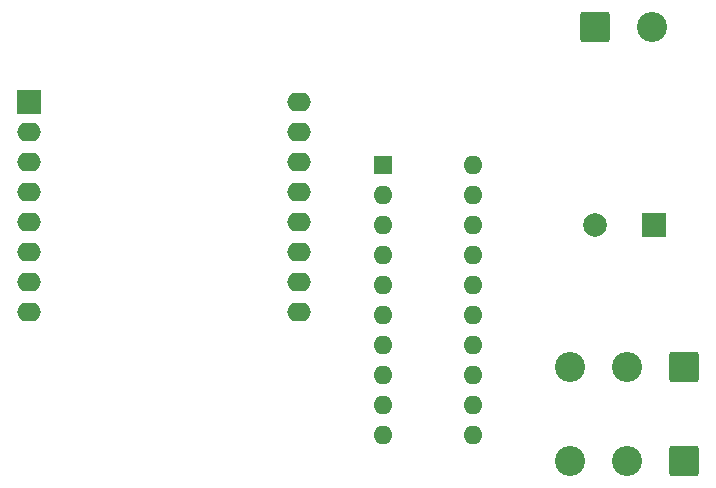
<source format=gbr>
%TF.GenerationSoftware,KiCad,Pcbnew,8.0.4*%
%TF.CreationDate,2024-09-06T23:51:22+02:00*%
%TF.ProjectId,pcb,7063622e-6b69-4636-9164-5f7063625858,rev?*%
%TF.SameCoordinates,Original*%
%TF.FileFunction,Soldermask,Bot*%
%TF.FilePolarity,Negative*%
%FSLAX46Y46*%
G04 Gerber Fmt 4.6, Leading zero omitted, Abs format (unit mm)*
G04 Created by KiCad (PCBNEW 8.0.4) date 2024-09-06 23:51:22*
%MOMM*%
%LPD*%
G01*
G04 APERTURE LIST*
G04 Aperture macros list*
%AMRoundRect*
0 Rectangle with rounded corners*
0 $1 Rounding radius*
0 $2 $3 $4 $5 $6 $7 $8 $9 X,Y pos of 4 corners*
0 Add a 4 corners polygon primitive as box body*
4,1,4,$2,$3,$4,$5,$6,$7,$8,$9,$2,$3,0*
0 Add four circle primitives for the rounded corners*
1,1,$1+$1,$2,$3*
1,1,$1+$1,$4,$5*
1,1,$1+$1,$6,$7*
1,1,$1+$1,$8,$9*
0 Add four rect primitives between the rounded corners*
20,1,$1+$1,$2,$3,$4,$5,0*
20,1,$1+$1,$4,$5,$6,$7,0*
20,1,$1+$1,$6,$7,$8,$9,0*
20,1,$1+$1,$8,$9,$2,$3,0*%
G04 Aperture macros list end*
%ADD10C,2.550000*%
%ADD11RoundRect,0.249999X1.025001X1.025001X-1.025001X1.025001X-1.025001X-1.025001X1.025001X-1.025001X0*%
%ADD12R,1.600000X1.600000*%
%ADD13O,1.600000X1.600000*%
%ADD14RoundRect,0.249999X-1.025001X-1.025001X1.025001X-1.025001X1.025001X1.025001X-1.025001X1.025001X0*%
%ADD15R,2.000000X2.000000*%
%ADD16O,2.000000X1.600000*%
%ADD17C,2.000000*%
G04 APERTURE END LIST*
D10*
%TO.C,GND  DAT  +5V*%
X122900000Y-85500000D03*
X127700000Y-85500000D03*
D11*
X132500000Y-85500000D03*
%TD*%
D12*
%TO.C,U2*%
X107000000Y-68420000D03*
D13*
X107000000Y-70960000D03*
X107000000Y-73500000D03*
X107000000Y-76040000D03*
X107000000Y-78580000D03*
X107000000Y-81120000D03*
X107000000Y-83660000D03*
X107000000Y-86200000D03*
X107000000Y-88740000D03*
X107000000Y-91280000D03*
X114620000Y-91280000D03*
X114620000Y-88740000D03*
X114620000Y-86200000D03*
X114620000Y-83660000D03*
X114620000Y-81120000D03*
X114620000Y-78580000D03*
X114620000Y-76040000D03*
X114620000Y-73500000D03*
X114620000Y-70960000D03*
X114620000Y-68420000D03*
%TD*%
D14*
%TO.C,GND  +5V*%
X125000000Y-56700000D03*
D10*
X129800000Y-56700000D03*
%TD*%
%TO.C,GND  DAT  +5V*%
X122900000Y-93500000D03*
X127700000Y-93500000D03*
D11*
X132500000Y-93500000D03*
%TD*%
D15*
%TO.C,U1*%
X77055000Y-63110000D03*
D16*
X77055000Y-65650000D03*
X77055000Y-68190000D03*
X77055000Y-70730000D03*
X77055000Y-73270000D03*
X77055000Y-75810000D03*
X77055000Y-78350000D03*
X77055000Y-80890000D03*
X99915000Y-80890000D03*
X99915000Y-78350000D03*
X99915000Y-75810000D03*
X99915000Y-73270000D03*
X99915000Y-70730000D03*
X99915000Y-68190000D03*
X99915000Y-65650000D03*
X99915000Y-63110000D03*
%TD*%
D15*
%TO.C,C1*%
X130000000Y-73500000D03*
D17*
X125000000Y-73500000D03*
%TD*%
M02*

</source>
